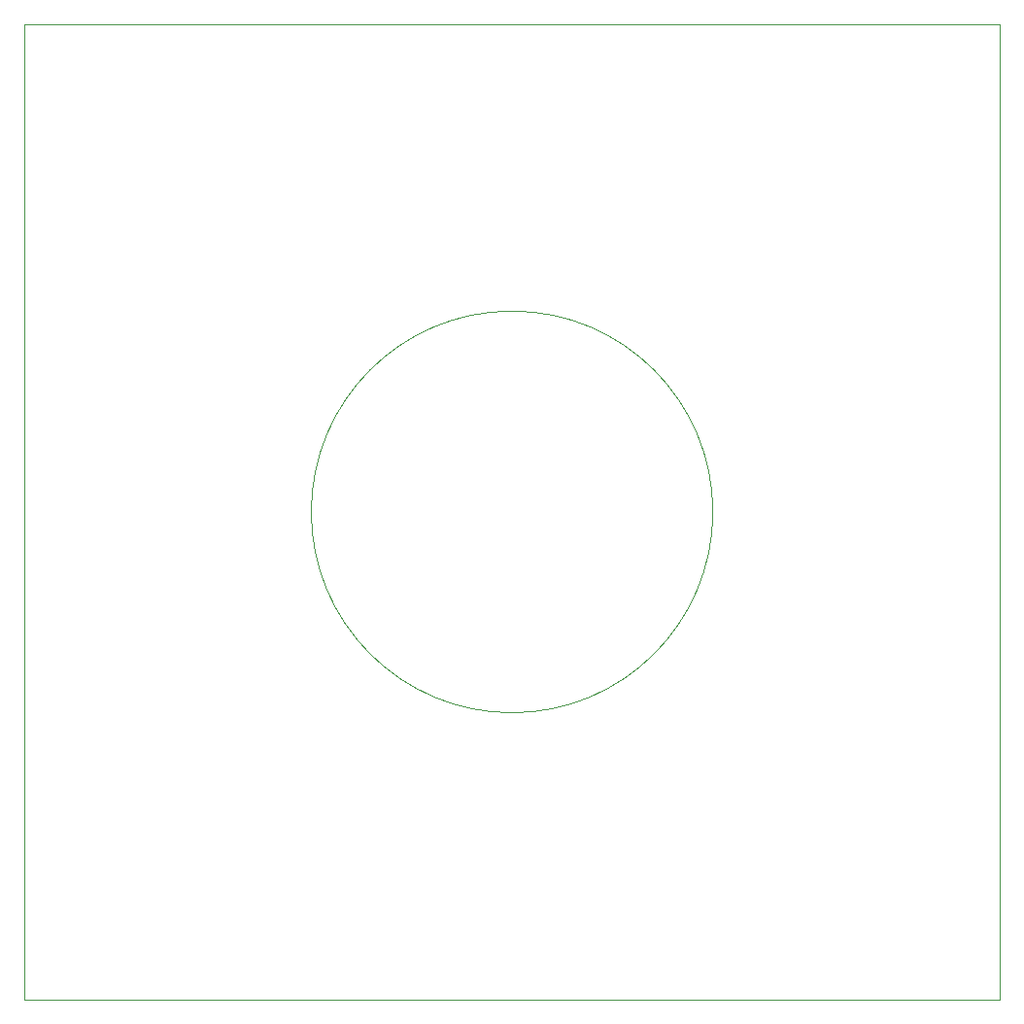
<source format=gm1>
G04 #@! TF.FileFunction,Profile,NP*
%FSLAX46Y46*%
G04 Gerber Fmt 4.6, Leading zero omitted, Abs format (unit mm)*
G04 Created by KiCad (PCBNEW 4.0.2-stable) date Mon 19 Sep 2016 06:16:01 PM CEST*
%MOMM*%
G01*
G04 APERTURE LIST*
%ADD10C,0.100000*%
%ADD11C,0.001000*%
G04 APERTURE END LIST*
D10*
D11*
X117500000Y-100000000D02*
G75*
G03X117500000Y-100000000I-17500000J0D01*
G01*
X57500000Y-142500000D02*
X57500000Y-57500000D01*
X142500000Y-142500000D02*
X57500000Y-142500000D01*
X142500000Y-57500000D02*
X142500000Y-142500000D01*
X57500000Y-57500000D02*
X142500000Y-57500000D01*
M02*

</source>
